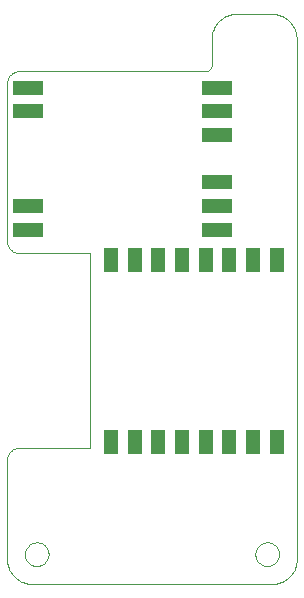
<source format=gbp>
G75*
%MOIN*%
%OFA0B0*%
%FSLAX24Y24*%
%IPPOS*%
%LPD*%
%AMOC8*
5,1,8,0,0,1.08239X$1,22.5*
%
%ADD10C,0.0000*%
%ADD11R,0.0472X0.0787*%
%ADD12R,0.1000X0.0500*%
D10*
X003031Y003256D02*
X003031Y006602D01*
X003033Y006641D01*
X003039Y006679D01*
X003048Y006716D01*
X003061Y006753D01*
X003078Y006788D01*
X003097Y006821D01*
X003120Y006852D01*
X003146Y006881D01*
X003175Y006907D01*
X003206Y006930D01*
X003239Y006949D01*
X003274Y006966D01*
X003311Y006979D01*
X003348Y006988D01*
X003386Y006994D01*
X003425Y006996D01*
X005787Y006996D01*
X005787Y013492D01*
X003425Y013492D01*
X003425Y013491D02*
X003386Y013493D01*
X003348Y013499D01*
X003311Y013508D01*
X003274Y013521D01*
X003239Y013538D01*
X003206Y013557D01*
X003175Y013580D01*
X003146Y013606D01*
X003120Y013635D01*
X003097Y013666D01*
X003078Y013699D01*
X003061Y013734D01*
X003048Y013771D01*
X003039Y013808D01*
X003033Y013846D01*
X003031Y013885D01*
X003031Y019161D01*
X003033Y019200D01*
X003039Y019238D01*
X003048Y019275D01*
X003061Y019312D01*
X003078Y019347D01*
X003097Y019380D01*
X003120Y019411D01*
X003146Y019440D01*
X003175Y019466D01*
X003206Y019489D01*
X003239Y019508D01*
X003274Y019525D01*
X003311Y019538D01*
X003348Y019547D01*
X003386Y019553D01*
X003425Y019555D01*
X009645Y019555D01*
X009671Y019557D01*
X009696Y019562D01*
X009720Y019570D01*
X009744Y019581D01*
X009765Y019596D01*
X009784Y019613D01*
X009801Y019632D01*
X009816Y019654D01*
X009827Y019677D01*
X009835Y019701D01*
X009840Y019726D01*
X009842Y019752D01*
X009842Y020578D01*
X010630Y021466D02*
X011889Y021466D01*
X011944Y021460D01*
X011998Y021452D01*
X012051Y021440D01*
X012104Y021424D01*
X012156Y021405D01*
X012206Y021383D01*
X012254Y021357D01*
X012301Y021328D01*
X012346Y021297D01*
X012389Y021262D01*
X012429Y021225D01*
X012467Y021185D01*
X012502Y021143D01*
X012534Y021098D01*
X012563Y021052D01*
X012589Y021003D01*
X012612Y020954D01*
X012632Y020902D01*
X012648Y020850D01*
X012661Y020796D01*
X012670Y020742D01*
X012676Y020688D01*
X012678Y020633D01*
X012677Y020578D01*
X012677Y003256D01*
X012676Y003256D02*
X012674Y003202D01*
X012669Y003149D01*
X012660Y003096D01*
X012647Y003044D01*
X012631Y002992D01*
X012611Y002942D01*
X012588Y002894D01*
X012561Y002847D01*
X012532Y002802D01*
X012499Y002759D01*
X012464Y002719D01*
X012426Y002681D01*
X012386Y002646D01*
X012343Y002613D01*
X012298Y002584D01*
X012251Y002557D01*
X012203Y002534D01*
X012153Y002514D01*
X012101Y002498D01*
X012049Y002485D01*
X011996Y002476D01*
X011943Y002471D01*
X011889Y002469D01*
X011889Y002468D02*
X003819Y002468D01*
X003819Y002469D02*
X003765Y002471D01*
X003712Y002476D01*
X003659Y002485D01*
X003607Y002498D01*
X003555Y002514D01*
X003505Y002534D01*
X003457Y002557D01*
X003410Y002584D01*
X003365Y002613D01*
X003322Y002646D01*
X003282Y002681D01*
X003244Y002719D01*
X003209Y002759D01*
X003176Y002802D01*
X003147Y002847D01*
X003120Y002894D01*
X003097Y002942D01*
X003077Y002992D01*
X003061Y003044D01*
X003048Y003096D01*
X003039Y003149D01*
X003034Y003202D01*
X003032Y003256D01*
X003621Y003452D02*
X003623Y003491D01*
X003629Y003530D01*
X003639Y003568D01*
X003652Y003605D01*
X003669Y003640D01*
X003689Y003674D01*
X003713Y003705D01*
X003740Y003734D01*
X003769Y003760D01*
X003801Y003783D01*
X003835Y003803D01*
X003871Y003819D01*
X003908Y003831D01*
X003947Y003840D01*
X003986Y003845D01*
X004025Y003846D01*
X004064Y003843D01*
X004103Y003836D01*
X004140Y003825D01*
X004177Y003811D01*
X004212Y003793D01*
X004245Y003772D01*
X004276Y003747D01*
X004304Y003720D01*
X004329Y003690D01*
X004351Y003657D01*
X004370Y003623D01*
X004385Y003587D01*
X004397Y003549D01*
X004405Y003511D01*
X004409Y003472D01*
X004409Y003432D01*
X004405Y003393D01*
X004397Y003355D01*
X004385Y003317D01*
X004370Y003281D01*
X004351Y003247D01*
X004329Y003214D01*
X004304Y003184D01*
X004276Y003157D01*
X004245Y003132D01*
X004212Y003111D01*
X004177Y003093D01*
X004140Y003079D01*
X004103Y003068D01*
X004064Y003061D01*
X004025Y003058D01*
X003986Y003059D01*
X003947Y003064D01*
X003908Y003073D01*
X003871Y003085D01*
X003835Y003101D01*
X003801Y003121D01*
X003769Y003144D01*
X003740Y003170D01*
X003713Y003199D01*
X003689Y003230D01*
X003669Y003264D01*
X003652Y003299D01*
X003639Y003336D01*
X003629Y003374D01*
X003623Y003413D01*
X003621Y003452D01*
X011299Y003452D02*
X011301Y003491D01*
X011307Y003530D01*
X011317Y003568D01*
X011330Y003605D01*
X011347Y003640D01*
X011367Y003674D01*
X011391Y003705D01*
X011418Y003734D01*
X011447Y003760D01*
X011479Y003783D01*
X011513Y003803D01*
X011549Y003819D01*
X011586Y003831D01*
X011625Y003840D01*
X011664Y003845D01*
X011703Y003846D01*
X011742Y003843D01*
X011781Y003836D01*
X011818Y003825D01*
X011855Y003811D01*
X011890Y003793D01*
X011923Y003772D01*
X011954Y003747D01*
X011982Y003720D01*
X012007Y003690D01*
X012029Y003657D01*
X012048Y003623D01*
X012063Y003587D01*
X012075Y003549D01*
X012083Y003511D01*
X012087Y003472D01*
X012087Y003432D01*
X012083Y003393D01*
X012075Y003355D01*
X012063Y003317D01*
X012048Y003281D01*
X012029Y003247D01*
X012007Y003214D01*
X011982Y003184D01*
X011954Y003157D01*
X011923Y003132D01*
X011890Y003111D01*
X011855Y003093D01*
X011818Y003079D01*
X011781Y003068D01*
X011742Y003061D01*
X011703Y003058D01*
X011664Y003059D01*
X011625Y003064D01*
X011586Y003073D01*
X011549Y003085D01*
X011513Y003101D01*
X011479Y003121D01*
X011447Y003144D01*
X011418Y003170D01*
X011391Y003199D01*
X011367Y003230D01*
X011347Y003264D01*
X011330Y003299D01*
X011317Y003336D01*
X011307Y003374D01*
X011301Y003413D01*
X011299Y003452D01*
X009842Y020578D02*
X009841Y020633D01*
X009843Y020688D01*
X009849Y020742D01*
X009858Y020796D01*
X009871Y020850D01*
X009887Y020902D01*
X009907Y020954D01*
X009930Y021003D01*
X009956Y021052D01*
X009985Y021098D01*
X010017Y021143D01*
X010052Y021185D01*
X010090Y021225D01*
X010130Y021262D01*
X010173Y021297D01*
X010218Y021328D01*
X010265Y021357D01*
X010313Y021383D01*
X010363Y021405D01*
X010415Y021424D01*
X010468Y021440D01*
X010521Y021452D01*
X010575Y021460D01*
X010630Y021466D01*
D11*
X010433Y013248D03*
X011220Y013248D03*
X012008Y013248D03*
X009645Y013248D03*
X008858Y013248D03*
X008071Y013248D03*
X007283Y013248D03*
X006496Y013248D03*
X006496Y007185D03*
X007283Y007185D03*
X008071Y007185D03*
X008858Y007185D03*
X009645Y007185D03*
X010433Y007185D03*
X011220Y007185D03*
X012008Y007185D03*
D12*
X010022Y014275D03*
X010022Y015062D03*
X010022Y015850D03*
X010022Y017424D03*
X010022Y018212D03*
X010022Y018999D03*
X003723Y018999D03*
X003723Y018212D03*
X003723Y015062D03*
X003723Y014275D03*
M02*

</source>
